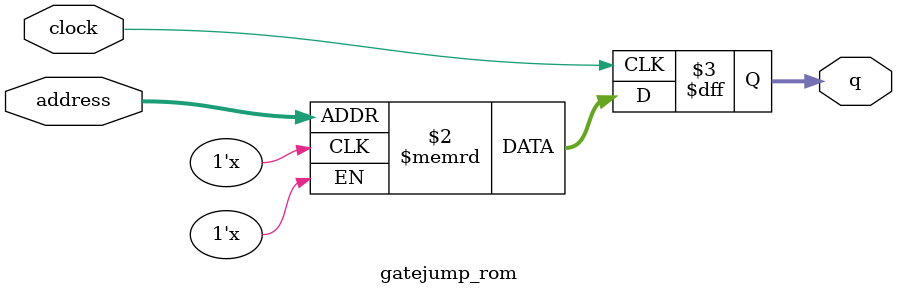
<source format=sv>
module gatejump_rom (
	input logic clock,
	input logic [14:0] address,
	output logic [1:0] q
);

logic [1:0] memory [0:19199] /* synthesis ram_init_file = "./gatejump/gatejump.COE" */;

always_ff @ (posedge clock) begin
	q <= memory[address];
end

endmodule

</source>
